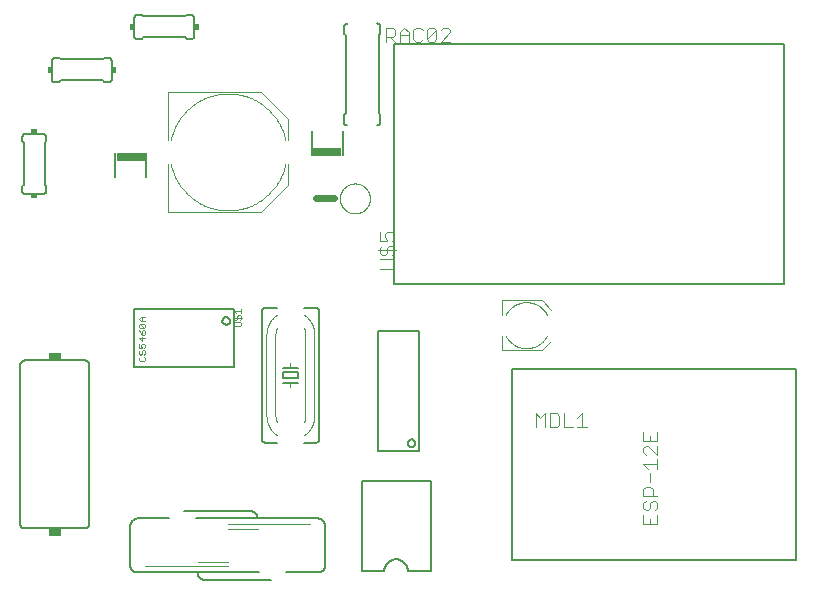
<source format=gto>
G75*
%MOIN*%
%OFA0B0*%
%FSLAX25Y25*%
%IPPOS*%
%LPD*%
%AMOC8*
5,1,8,0,0,1.08239X$1,22.5*
%
%ADD10C,0.00400*%
%ADD11C,0.00800*%
%ADD12R,0.09646X0.02657*%
%ADD13C,0.00500*%
%ADD14C,0.00600*%
%ADD15C,0.00200*%
%ADD16R,0.01500X0.02000*%
%ADD17C,0.02400*%
%ADD18R,0.04000X0.02500*%
%ADD19R,0.02000X0.01500*%
D10*
X0162575Y0122811D02*
X0162575Y0127535D01*
X0162575Y0122811D02*
X0175961Y0122811D01*
X0179110Y0125961D01*
X0177733Y0134524D02*
X0177646Y0134691D01*
X0177554Y0134857D01*
X0177458Y0135020D01*
X0177359Y0135181D01*
X0177255Y0135339D01*
X0177148Y0135495D01*
X0177037Y0135648D01*
X0176922Y0135798D01*
X0176804Y0135945D01*
X0176681Y0136090D01*
X0176556Y0136231D01*
X0176427Y0136370D01*
X0176295Y0136505D01*
X0176159Y0136637D01*
X0176020Y0136765D01*
X0175878Y0136890D01*
X0175733Y0137012D01*
X0175586Y0137130D01*
X0175435Y0137244D01*
X0175281Y0137354D01*
X0175125Y0137461D01*
X0174967Y0137564D01*
X0174805Y0137663D01*
X0174642Y0137758D01*
X0174476Y0137849D01*
X0174308Y0137936D01*
X0174138Y0138019D01*
X0173966Y0138097D01*
X0173792Y0138172D01*
X0173617Y0138242D01*
X0173439Y0138308D01*
X0173260Y0138369D01*
X0173080Y0138426D01*
X0172898Y0138479D01*
X0172715Y0138527D01*
X0172531Y0138570D01*
X0172346Y0138609D01*
X0172160Y0138644D01*
X0171974Y0138674D01*
X0171786Y0138699D01*
X0171598Y0138720D01*
X0171410Y0138736D01*
X0171221Y0138748D01*
X0171032Y0138755D01*
X0170843Y0138757D01*
X0170654Y0138755D01*
X0170465Y0138748D01*
X0170276Y0138736D01*
X0170088Y0138720D01*
X0169900Y0138699D01*
X0169712Y0138674D01*
X0169526Y0138644D01*
X0169340Y0138609D01*
X0169155Y0138570D01*
X0168971Y0138527D01*
X0168788Y0138479D01*
X0168606Y0138426D01*
X0168426Y0138369D01*
X0168247Y0138308D01*
X0168069Y0138242D01*
X0167894Y0138172D01*
X0167720Y0138097D01*
X0167548Y0138019D01*
X0167378Y0137936D01*
X0167210Y0137849D01*
X0167044Y0137758D01*
X0166881Y0137663D01*
X0166719Y0137564D01*
X0166561Y0137461D01*
X0166405Y0137354D01*
X0166251Y0137244D01*
X0166100Y0137130D01*
X0165953Y0137012D01*
X0165808Y0136890D01*
X0165666Y0136765D01*
X0165527Y0136637D01*
X0165391Y0136505D01*
X0165259Y0136370D01*
X0165130Y0136231D01*
X0165005Y0136090D01*
X0164882Y0135945D01*
X0164764Y0135798D01*
X0164649Y0135648D01*
X0164538Y0135495D01*
X0164431Y0135339D01*
X0164327Y0135181D01*
X0164228Y0135020D01*
X0164132Y0134857D01*
X0164040Y0134691D01*
X0163953Y0134524D01*
X0162575Y0134622D02*
X0162575Y0139346D01*
X0175961Y0139346D01*
X0179110Y0136197D01*
X0177733Y0127633D02*
X0177646Y0127466D01*
X0177554Y0127300D01*
X0177458Y0127137D01*
X0177359Y0126976D01*
X0177255Y0126818D01*
X0177148Y0126662D01*
X0177037Y0126509D01*
X0176922Y0126359D01*
X0176804Y0126212D01*
X0176681Y0126067D01*
X0176556Y0125926D01*
X0176427Y0125787D01*
X0176295Y0125652D01*
X0176159Y0125520D01*
X0176020Y0125392D01*
X0175878Y0125267D01*
X0175733Y0125145D01*
X0175586Y0125027D01*
X0175435Y0124913D01*
X0175281Y0124803D01*
X0175125Y0124696D01*
X0174967Y0124593D01*
X0174805Y0124494D01*
X0174642Y0124399D01*
X0174476Y0124308D01*
X0174308Y0124221D01*
X0174138Y0124138D01*
X0173966Y0124060D01*
X0173792Y0123985D01*
X0173617Y0123915D01*
X0173439Y0123849D01*
X0173260Y0123788D01*
X0173080Y0123731D01*
X0172898Y0123678D01*
X0172715Y0123630D01*
X0172531Y0123587D01*
X0172346Y0123548D01*
X0172160Y0123513D01*
X0171974Y0123483D01*
X0171786Y0123458D01*
X0171598Y0123437D01*
X0171410Y0123421D01*
X0171221Y0123409D01*
X0171032Y0123402D01*
X0170843Y0123400D01*
X0170654Y0123402D01*
X0170465Y0123409D01*
X0170276Y0123421D01*
X0170088Y0123437D01*
X0169900Y0123458D01*
X0169712Y0123483D01*
X0169526Y0123513D01*
X0169340Y0123548D01*
X0169155Y0123587D01*
X0168971Y0123630D01*
X0168788Y0123678D01*
X0168606Y0123731D01*
X0168426Y0123788D01*
X0168247Y0123849D01*
X0168069Y0123915D01*
X0167894Y0123985D01*
X0167720Y0124060D01*
X0167548Y0124138D01*
X0167378Y0124221D01*
X0167210Y0124308D01*
X0167044Y0124399D01*
X0166881Y0124494D01*
X0166719Y0124593D01*
X0166561Y0124696D01*
X0166405Y0124803D01*
X0166251Y0124913D01*
X0166100Y0125027D01*
X0165953Y0125145D01*
X0165808Y0125267D01*
X0165666Y0125392D01*
X0165527Y0125520D01*
X0165391Y0125652D01*
X0165259Y0125787D01*
X0165130Y0125926D01*
X0165005Y0126067D01*
X0164882Y0126212D01*
X0164764Y0126359D01*
X0164649Y0126509D01*
X0164538Y0126662D01*
X0164431Y0126818D01*
X0164327Y0126976D01*
X0164228Y0127137D01*
X0164132Y0127300D01*
X0164040Y0127466D01*
X0163953Y0127633D01*
X0174035Y0101709D02*
X0175569Y0100175D01*
X0177104Y0101709D01*
X0177104Y0097106D01*
X0178639Y0097106D02*
X0180941Y0097106D01*
X0181708Y0097873D01*
X0181708Y0100942D01*
X0180941Y0101709D01*
X0178639Y0101709D01*
X0178639Y0097106D01*
X0174035Y0097106D02*
X0174035Y0101709D01*
X0183242Y0101709D02*
X0183242Y0097106D01*
X0186312Y0097106D01*
X0187846Y0097106D02*
X0190916Y0097106D01*
X0189381Y0097106D02*
X0189381Y0101709D01*
X0187846Y0100175D01*
X0209897Y0095571D02*
X0209897Y0092502D01*
X0214501Y0092502D01*
X0214501Y0095571D01*
X0212199Y0094036D02*
X0212199Y0092502D01*
X0211432Y0090967D02*
X0210664Y0090967D01*
X0209897Y0090200D01*
X0209897Y0088665D01*
X0210664Y0087898D01*
X0211432Y0090967D02*
X0214501Y0087898D01*
X0214501Y0090967D01*
X0214501Y0086363D02*
X0214501Y0083294D01*
X0214501Y0084828D02*
X0209897Y0084828D01*
X0211432Y0083294D01*
X0212199Y0081759D02*
X0212199Y0078690D01*
X0212199Y0077155D02*
X0212966Y0076388D01*
X0212966Y0074086D01*
X0214501Y0074086D02*
X0209897Y0074086D01*
X0209897Y0076388D01*
X0210664Y0077155D01*
X0212199Y0077155D01*
X0212966Y0072551D02*
X0213733Y0072551D01*
X0214501Y0071784D01*
X0214501Y0070249D01*
X0213733Y0069482D01*
X0212199Y0070249D02*
X0212199Y0071784D01*
X0212966Y0072551D01*
X0210664Y0072551D02*
X0209897Y0071784D01*
X0209897Y0070249D01*
X0210664Y0069482D01*
X0211432Y0069482D01*
X0212199Y0070249D01*
X0214501Y0067947D02*
X0214501Y0064878D01*
X0209897Y0064878D01*
X0209897Y0067947D01*
X0212199Y0066413D02*
X0212199Y0064878D01*
X0126686Y0150688D02*
X0126686Y0152222D01*
X0125919Y0152990D01*
X0122082Y0152990D01*
X0122849Y0154524D02*
X0122082Y0155292D01*
X0122082Y0156826D01*
X0122849Y0157594D01*
X0122082Y0159128D02*
X0124384Y0159128D01*
X0123617Y0160663D01*
X0123617Y0161430D01*
X0124384Y0162198D01*
X0125919Y0162198D01*
X0126686Y0161430D01*
X0126686Y0159896D01*
X0125919Y0159128D01*
X0125919Y0157594D02*
X0125151Y0157594D01*
X0124384Y0156826D01*
X0124384Y0155292D01*
X0123617Y0154524D01*
X0122849Y0154524D01*
X0121315Y0156059D02*
X0127453Y0156059D01*
X0126686Y0155292D02*
X0126686Y0156826D01*
X0125919Y0157594D01*
X0126686Y0155292D02*
X0125919Y0154524D01*
X0126686Y0150688D02*
X0125919Y0149920D01*
X0122082Y0149920D01*
X0122082Y0159128D02*
X0122082Y0162198D01*
X0108707Y0173333D02*
X0108709Y0173474D01*
X0108715Y0173615D01*
X0108725Y0173755D01*
X0108739Y0173895D01*
X0108757Y0174035D01*
X0108778Y0174174D01*
X0108804Y0174313D01*
X0108833Y0174451D01*
X0108867Y0174587D01*
X0108904Y0174723D01*
X0108945Y0174858D01*
X0108990Y0174992D01*
X0109039Y0175124D01*
X0109091Y0175255D01*
X0109147Y0175384D01*
X0109207Y0175511D01*
X0109270Y0175637D01*
X0109336Y0175761D01*
X0109407Y0175884D01*
X0109480Y0176004D01*
X0109557Y0176122D01*
X0109637Y0176238D01*
X0109721Y0176351D01*
X0109807Y0176462D01*
X0109897Y0176571D01*
X0109990Y0176677D01*
X0110085Y0176780D01*
X0110184Y0176881D01*
X0110285Y0176979D01*
X0110389Y0177074D01*
X0110496Y0177166D01*
X0110605Y0177255D01*
X0110717Y0177340D01*
X0110831Y0177423D01*
X0110947Y0177503D01*
X0111066Y0177579D01*
X0111187Y0177651D01*
X0111309Y0177721D01*
X0111434Y0177786D01*
X0111560Y0177849D01*
X0111688Y0177907D01*
X0111818Y0177962D01*
X0111949Y0178014D01*
X0112082Y0178061D01*
X0112216Y0178105D01*
X0112351Y0178146D01*
X0112487Y0178182D01*
X0112624Y0178214D01*
X0112762Y0178243D01*
X0112900Y0178268D01*
X0113040Y0178288D01*
X0113180Y0178305D01*
X0113320Y0178318D01*
X0113461Y0178327D01*
X0113601Y0178332D01*
X0113742Y0178333D01*
X0113883Y0178330D01*
X0114024Y0178323D01*
X0114164Y0178312D01*
X0114304Y0178297D01*
X0114444Y0178278D01*
X0114583Y0178256D01*
X0114721Y0178229D01*
X0114859Y0178199D01*
X0114995Y0178164D01*
X0115131Y0178126D01*
X0115265Y0178084D01*
X0115399Y0178038D01*
X0115531Y0177989D01*
X0115661Y0177935D01*
X0115790Y0177878D01*
X0115917Y0177818D01*
X0116043Y0177754D01*
X0116166Y0177686D01*
X0116288Y0177615D01*
X0116408Y0177541D01*
X0116525Y0177463D01*
X0116640Y0177382D01*
X0116753Y0177298D01*
X0116864Y0177211D01*
X0116972Y0177120D01*
X0117077Y0177027D01*
X0117180Y0176930D01*
X0117280Y0176831D01*
X0117377Y0176729D01*
X0117471Y0176624D01*
X0117562Y0176517D01*
X0117650Y0176407D01*
X0117735Y0176295D01*
X0117817Y0176180D01*
X0117896Y0176063D01*
X0117971Y0175944D01*
X0118043Y0175823D01*
X0118111Y0175700D01*
X0118176Y0175575D01*
X0118238Y0175448D01*
X0118295Y0175319D01*
X0118350Y0175189D01*
X0118400Y0175058D01*
X0118447Y0174925D01*
X0118490Y0174791D01*
X0118529Y0174655D01*
X0118564Y0174519D01*
X0118596Y0174382D01*
X0118623Y0174244D01*
X0118647Y0174105D01*
X0118667Y0173965D01*
X0118683Y0173825D01*
X0118695Y0173685D01*
X0118703Y0173544D01*
X0118707Y0173403D01*
X0118707Y0173263D01*
X0118703Y0173122D01*
X0118695Y0172981D01*
X0118683Y0172841D01*
X0118667Y0172701D01*
X0118647Y0172561D01*
X0118623Y0172422D01*
X0118596Y0172284D01*
X0118564Y0172147D01*
X0118529Y0172011D01*
X0118490Y0171875D01*
X0118447Y0171741D01*
X0118400Y0171608D01*
X0118350Y0171477D01*
X0118295Y0171347D01*
X0118238Y0171218D01*
X0118176Y0171091D01*
X0118111Y0170966D01*
X0118043Y0170843D01*
X0117971Y0170722D01*
X0117896Y0170603D01*
X0117817Y0170486D01*
X0117735Y0170371D01*
X0117650Y0170259D01*
X0117562Y0170149D01*
X0117471Y0170042D01*
X0117377Y0169937D01*
X0117280Y0169835D01*
X0117180Y0169736D01*
X0117077Y0169639D01*
X0116972Y0169546D01*
X0116864Y0169455D01*
X0116753Y0169368D01*
X0116640Y0169284D01*
X0116525Y0169203D01*
X0116408Y0169125D01*
X0116288Y0169051D01*
X0116166Y0168980D01*
X0116043Y0168912D01*
X0115917Y0168848D01*
X0115790Y0168788D01*
X0115661Y0168731D01*
X0115531Y0168677D01*
X0115399Y0168628D01*
X0115265Y0168582D01*
X0115131Y0168540D01*
X0114995Y0168502D01*
X0114859Y0168467D01*
X0114721Y0168437D01*
X0114583Y0168410D01*
X0114444Y0168388D01*
X0114304Y0168369D01*
X0114164Y0168354D01*
X0114024Y0168343D01*
X0113883Y0168336D01*
X0113742Y0168333D01*
X0113601Y0168334D01*
X0113461Y0168339D01*
X0113320Y0168348D01*
X0113180Y0168361D01*
X0113040Y0168378D01*
X0112900Y0168398D01*
X0112762Y0168423D01*
X0112624Y0168452D01*
X0112487Y0168484D01*
X0112351Y0168520D01*
X0112216Y0168561D01*
X0112082Y0168605D01*
X0111949Y0168652D01*
X0111818Y0168704D01*
X0111688Y0168759D01*
X0111560Y0168817D01*
X0111434Y0168880D01*
X0111309Y0168945D01*
X0111187Y0169015D01*
X0111066Y0169087D01*
X0110947Y0169163D01*
X0110831Y0169243D01*
X0110717Y0169326D01*
X0110605Y0169411D01*
X0110496Y0169500D01*
X0110389Y0169592D01*
X0110285Y0169687D01*
X0110184Y0169785D01*
X0110085Y0169886D01*
X0109990Y0169989D01*
X0109897Y0170095D01*
X0109807Y0170204D01*
X0109721Y0170315D01*
X0109637Y0170428D01*
X0109557Y0170544D01*
X0109480Y0170662D01*
X0109407Y0170782D01*
X0109336Y0170905D01*
X0109270Y0171029D01*
X0109207Y0171155D01*
X0109147Y0171282D01*
X0109091Y0171411D01*
X0109039Y0171542D01*
X0108990Y0171674D01*
X0108945Y0171808D01*
X0108904Y0171943D01*
X0108867Y0172079D01*
X0108833Y0172215D01*
X0108804Y0172353D01*
X0108778Y0172492D01*
X0108757Y0172631D01*
X0108739Y0172771D01*
X0108725Y0172911D01*
X0108715Y0173051D01*
X0108709Y0173192D01*
X0108707Y0173333D01*
X0091522Y0177801D02*
X0082467Y0168746D01*
X0051364Y0168746D01*
X0051364Y0184888D01*
X0051364Y0192762D02*
X0051364Y0208904D01*
X0082467Y0208904D01*
X0091522Y0199848D01*
X0091522Y0192762D01*
X0091522Y0184888D02*
X0091522Y0177801D01*
X0090537Y0192762D02*
X0090436Y0193227D01*
X0090322Y0193689D01*
X0090198Y0194149D01*
X0090062Y0194605D01*
X0089916Y0195058D01*
X0089758Y0195507D01*
X0089589Y0195953D01*
X0089410Y0196394D01*
X0089220Y0196830D01*
X0089019Y0197262D01*
X0088808Y0197688D01*
X0088586Y0198110D01*
X0088354Y0198525D01*
X0088113Y0198935D01*
X0087861Y0199339D01*
X0087599Y0199737D01*
X0087328Y0200128D01*
X0087047Y0200513D01*
X0086757Y0200890D01*
X0086458Y0201261D01*
X0086150Y0201624D01*
X0085833Y0201979D01*
X0085507Y0202326D01*
X0085174Y0202666D01*
X0084832Y0202997D01*
X0084482Y0203319D01*
X0084124Y0203634D01*
X0083758Y0203939D01*
X0083386Y0204235D01*
X0083006Y0204522D01*
X0082619Y0204800D01*
X0082226Y0205068D01*
X0081826Y0205326D01*
X0081420Y0205575D01*
X0081008Y0205813D01*
X0080590Y0206042D01*
X0080167Y0206260D01*
X0079739Y0206468D01*
X0079306Y0206665D01*
X0078868Y0206852D01*
X0078425Y0207028D01*
X0077979Y0207193D01*
X0077529Y0207347D01*
X0077074Y0207490D01*
X0076617Y0207622D01*
X0076157Y0207743D01*
X0075693Y0207852D01*
X0075227Y0207950D01*
X0074759Y0208037D01*
X0074289Y0208112D01*
X0073817Y0208176D01*
X0073344Y0208228D01*
X0072870Y0208269D01*
X0072395Y0208298D01*
X0071919Y0208315D01*
X0071443Y0208321D01*
X0070967Y0208315D01*
X0070491Y0208298D01*
X0070016Y0208269D01*
X0069542Y0208228D01*
X0069069Y0208176D01*
X0068597Y0208112D01*
X0068127Y0208037D01*
X0067659Y0207950D01*
X0067193Y0207852D01*
X0066729Y0207743D01*
X0066269Y0207622D01*
X0065812Y0207490D01*
X0065357Y0207347D01*
X0064907Y0207193D01*
X0064461Y0207028D01*
X0064018Y0206852D01*
X0063580Y0206665D01*
X0063147Y0206468D01*
X0062719Y0206260D01*
X0062296Y0206042D01*
X0061878Y0205813D01*
X0061466Y0205575D01*
X0061060Y0205326D01*
X0060660Y0205068D01*
X0060267Y0204800D01*
X0059880Y0204522D01*
X0059500Y0204235D01*
X0059128Y0203939D01*
X0058762Y0203634D01*
X0058404Y0203319D01*
X0058054Y0202997D01*
X0057712Y0202666D01*
X0057379Y0202326D01*
X0057053Y0201979D01*
X0056736Y0201624D01*
X0056428Y0201261D01*
X0056129Y0200890D01*
X0055839Y0200513D01*
X0055558Y0200128D01*
X0055287Y0199737D01*
X0055025Y0199339D01*
X0054773Y0198935D01*
X0054532Y0198525D01*
X0054300Y0198110D01*
X0054078Y0197688D01*
X0053867Y0197262D01*
X0053666Y0196830D01*
X0053476Y0196394D01*
X0053297Y0195953D01*
X0053128Y0195507D01*
X0052970Y0195058D01*
X0052824Y0194605D01*
X0052688Y0194149D01*
X0052564Y0193689D01*
X0052450Y0193227D01*
X0052349Y0192762D01*
X0052349Y0184888D02*
X0052450Y0184423D01*
X0052564Y0183961D01*
X0052688Y0183501D01*
X0052824Y0183045D01*
X0052970Y0182592D01*
X0053128Y0182143D01*
X0053297Y0181697D01*
X0053476Y0181256D01*
X0053666Y0180820D01*
X0053867Y0180388D01*
X0054078Y0179962D01*
X0054300Y0179540D01*
X0054532Y0179125D01*
X0054773Y0178715D01*
X0055025Y0178311D01*
X0055287Y0177913D01*
X0055558Y0177522D01*
X0055839Y0177137D01*
X0056129Y0176760D01*
X0056428Y0176389D01*
X0056736Y0176026D01*
X0057053Y0175671D01*
X0057379Y0175324D01*
X0057712Y0174984D01*
X0058054Y0174653D01*
X0058404Y0174331D01*
X0058762Y0174016D01*
X0059128Y0173711D01*
X0059500Y0173415D01*
X0059880Y0173128D01*
X0060267Y0172850D01*
X0060660Y0172582D01*
X0061060Y0172324D01*
X0061466Y0172075D01*
X0061878Y0171837D01*
X0062296Y0171608D01*
X0062719Y0171390D01*
X0063147Y0171182D01*
X0063580Y0170985D01*
X0064018Y0170798D01*
X0064461Y0170622D01*
X0064907Y0170457D01*
X0065357Y0170303D01*
X0065812Y0170160D01*
X0066269Y0170028D01*
X0066729Y0169907D01*
X0067193Y0169798D01*
X0067659Y0169700D01*
X0068127Y0169613D01*
X0068597Y0169538D01*
X0069069Y0169474D01*
X0069542Y0169422D01*
X0070016Y0169381D01*
X0070491Y0169352D01*
X0070967Y0169335D01*
X0071443Y0169329D01*
X0071919Y0169335D01*
X0072395Y0169352D01*
X0072870Y0169381D01*
X0073344Y0169422D01*
X0073817Y0169474D01*
X0074289Y0169538D01*
X0074759Y0169613D01*
X0075227Y0169700D01*
X0075693Y0169798D01*
X0076157Y0169907D01*
X0076617Y0170028D01*
X0077074Y0170160D01*
X0077529Y0170303D01*
X0077979Y0170457D01*
X0078425Y0170622D01*
X0078868Y0170798D01*
X0079306Y0170985D01*
X0079739Y0171182D01*
X0080167Y0171390D01*
X0080590Y0171608D01*
X0081008Y0171837D01*
X0081420Y0172075D01*
X0081826Y0172324D01*
X0082226Y0172582D01*
X0082619Y0172850D01*
X0083006Y0173128D01*
X0083386Y0173415D01*
X0083758Y0173711D01*
X0084124Y0174016D01*
X0084482Y0174331D01*
X0084832Y0174653D01*
X0085174Y0174984D01*
X0085507Y0175324D01*
X0085833Y0175671D01*
X0086150Y0176026D01*
X0086458Y0176389D01*
X0086757Y0176760D01*
X0087047Y0177137D01*
X0087328Y0177522D01*
X0087599Y0177913D01*
X0087861Y0178311D01*
X0088113Y0178715D01*
X0088354Y0179125D01*
X0088586Y0179540D01*
X0088808Y0179962D01*
X0089019Y0180388D01*
X0089220Y0180820D01*
X0089410Y0181256D01*
X0089589Y0181697D01*
X0089758Y0182143D01*
X0089916Y0182592D01*
X0090062Y0183045D01*
X0090198Y0183501D01*
X0090322Y0183961D01*
X0090436Y0184423D01*
X0090537Y0184888D01*
X0123968Y0225609D02*
X0123968Y0230213D01*
X0126270Y0230213D01*
X0127037Y0229446D01*
X0127037Y0227911D01*
X0126270Y0227144D01*
X0123968Y0227144D01*
X0125502Y0227144D02*
X0127037Y0225609D01*
X0128572Y0225609D02*
X0128572Y0228679D01*
X0130106Y0230213D01*
X0131641Y0228679D01*
X0131641Y0225609D01*
X0133176Y0226377D02*
X0133943Y0225609D01*
X0135478Y0225609D01*
X0136245Y0226377D01*
X0137780Y0226377D02*
X0140849Y0229446D01*
X0140849Y0226377D01*
X0140081Y0225609D01*
X0138547Y0225609D01*
X0137780Y0226377D01*
X0137780Y0229446D01*
X0138547Y0230213D01*
X0140081Y0230213D01*
X0140849Y0229446D01*
X0142383Y0229446D02*
X0143151Y0230213D01*
X0144685Y0230213D01*
X0145453Y0229446D01*
X0145453Y0228679D01*
X0142383Y0225609D01*
X0145453Y0225609D01*
X0136245Y0229446D02*
X0135478Y0230213D01*
X0133943Y0230213D01*
X0133176Y0229446D01*
X0133176Y0226377D01*
X0131641Y0227911D02*
X0128572Y0227911D01*
D11*
X0109573Y0195774D02*
X0109573Y0187663D01*
X0099337Y0187663D02*
X0099337Y0195774D01*
X0044120Y0188470D02*
X0044120Y0180360D01*
X0033884Y0180360D02*
X0033884Y0188470D01*
D12*
X0039002Y0187260D03*
X0104455Y0188874D03*
D13*
X0126886Y0224720D02*
X0126886Y0144720D01*
X0256886Y0144720D01*
X0256886Y0224720D01*
X0126886Y0224720D01*
X0073372Y0136423D02*
X0040104Y0136423D01*
X0040104Y0117230D01*
X0073372Y0117230D01*
X0073372Y0136423D01*
X0069533Y0132585D02*
X0069535Y0132656D01*
X0069541Y0132727D01*
X0069551Y0132798D01*
X0069565Y0132867D01*
X0069582Y0132936D01*
X0069604Y0133004D01*
X0069629Y0133071D01*
X0069658Y0133136D01*
X0069690Y0133199D01*
X0069726Y0133261D01*
X0069765Y0133320D01*
X0069808Y0133377D01*
X0069853Y0133432D01*
X0069902Y0133484D01*
X0069953Y0133533D01*
X0070007Y0133579D01*
X0070064Y0133623D01*
X0070122Y0133663D01*
X0070183Y0133699D01*
X0070246Y0133733D01*
X0070311Y0133762D01*
X0070377Y0133788D01*
X0070445Y0133811D01*
X0070513Y0133829D01*
X0070583Y0133844D01*
X0070653Y0133855D01*
X0070724Y0133862D01*
X0070795Y0133865D01*
X0070866Y0133864D01*
X0070937Y0133859D01*
X0071008Y0133850D01*
X0071078Y0133837D01*
X0071147Y0133821D01*
X0071215Y0133800D01*
X0071282Y0133776D01*
X0071348Y0133748D01*
X0071411Y0133716D01*
X0071473Y0133681D01*
X0071533Y0133643D01*
X0071591Y0133601D01*
X0071646Y0133557D01*
X0071699Y0133509D01*
X0071749Y0133458D01*
X0071796Y0133405D01*
X0071840Y0133349D01*
X0071881Y0133291D01*
X0071919Y0133230D01*
X0071953Y0133168D01*
X0071983Y0133103D01*
X0072010Y0133038D01*
X0072034Y0132970D01*
X0072053Y0132902D01*
X0072069Y0132833D01*
X0072081Y0132762D01*
X0072089Y0132692D01*
X0072093Y0132621D01*
X0072093Y0132549D01*
X0072089Y0132478D01*
X0072081Y0132408D01*
X0072069Y0132337D01*
X0072053Y0132268D01*
X0072034Y0132200D01*
X0072010Y0132132D01*
X0071983Y0132067D01*
X0071953Y0132002D01*
X0071919Y0131940D01*
X0071881Y0131879D01*
X0071840Y0131821D01*
X0071796Y0131765D01*
X0071749Y0131712D01*
X0071699Y0131661D01*
X0071646Y0131613D01*
X0071591Y0131569D01*
X0071533Y0131527D01*
X0071473Y0131489D01*
X0071411Y0131454D01*
X0071348Y0131422D01*
X0071282Y0131394D01*
X0071215Y0131370D01*
X0071147Y0131349D01*
X0071078Y0131333D01*
X0071008Y0131320D01*
X0070937Y0131311D01*
X0070866Y0131306D01*
X0070795Y0131305D01*
X0070724Y0131308D01*
X0070653Y0131315D01*
X0070583Y0131326D01*
X0070513Y0131341D01*
X0070445Y0131359D01*
X0070377Y0131382D01*
X0070311Y0131408D01*
X0070246Y0131437D01*
X0070183Y0131471D01*
X0070122Y0131507D01*
X0070064Y0131547D01*
X0070007Y0131591D01*
X0069953Y0131637D01*
X0069902Y0131686D01*
X0069853Y0131738D01*
X0069808Y0131793D01*
X0069765Y0131850D01*
X0069726Y0131909D01*
X0069690Y0131971D01*
X0069658Y0132034D01*
X0069629Y0132099D01*
X0069604Y0132166D01*
X0069582Y0132234D01*
X0069565Y0132303D01*
X0069551Y0132372D01*
X0069541Y0132443D01*
X0069535Y0132514D01*
X0069533Y0132585D01*
X0121335Y0129297D02*
X0135085Y0129297D01*
X0135085Y0089297D01*
X0121335Y0089297D01*
X0121335Y0129297D01*
X0131335Y0091797D02*
X0131337Y0091867D01*
X0131343Y0091937D01*
X0131353Y0092006D01*
X0131366Y0092075D01*
X0131384Y0092143D01*
X0131405Y0092210D01*
X0131430Y0092275D01*
X0131459Y0092339D01*
X0131491Y0092402D01*
X0131527Y0092462D01*
X0131566Y0092520D01*
X0131608Y0092576D01*
X0131653Y0092630D01*
X0131701Y0092681D01*
X0131752Y0092729D01*
X0131806Y0092774D01*
X0131862Y0092816D01*
X0131920Y0092855D01*
X0131980Y0092891D01*
X0132043Y0092923D01*
X0132107Y0092952D01*
X0132172Y0092977D01*
X0132239Y0092998D01*
X0132307Y0093016D01*
X0132376Y0093029D01*
X0132445Y0093039D01*
X0132515Y0093045D01*
X0132585Y0093047D01*
X0132655Y0093045D01*
X0132725Y0093039D01*
X0132794Y0093029D01*
X0132863Y0093016D01*
X0132931Y0092998D01*
X0132998Y0092977D01*
X0133063Y0092952D01*
X0133127Y0092923D01*
X0133190Y0092891D01*
X0133250Y0092855D01*
X0133308Y0092816D01*
X0133364Y0092774D01*
X0133418Y0092729D01*
X0133469Y0092681D01*
X0133517Y0092630D01*
X0133562Y0092576D01*
X0133604Y0092520D01*
X0133643Y0092462D01*
X0133679Y0092402D01*
X0133711Y0092339D01*
X0133740Y0092275D01*
X0133765Y0092210D01*
X0133786Y0092143D01*
X0133804Y0092075D01*
X0133817Y0092006D01*
X0133827Y0091937D01*
X0133833Y0091867D01*
X0133835Y0091797D01*
X0133833Y0091727D01*
X0133827Y0091657D01*
X0133817Y0091588D01*
X0133804Y0091519D01*
X0133786Y0091451D01*
X0133765Y0091384D01*
X0133740Y0091319D01*
X0133711Y0091255D01*
X0133679Y0091192D01*
X0133643Y0091132D01*
X0133604Y0091074D01*
X0133562Y0091018D01*
X0133517Y0090964D01*
X0133469Y0090913D01*
X0133418Y0090865D01*
X0133364Y0090820D01*
X0133308Y0090778D01*
X0133250Y0090739D01*
X0133190Y0090703D01*
X0133127Y0090671D01*
X0133063Y0090642D01*
X0132998Y0090617D01*
X0132931Y0090596D01*
X0132863Y0090578D01*
X0132794Y0090565D01*
X0132725Y0090555D01*
X0132655Y0090549D01*
X0132585Y0090547D01*
X0132515Y0090549D01*
X0132445Y0090555D01*
X0132376Y0090565D01*
X0132307Y0090578D01*
X0132239Y0090596D01*
X0132172Y0090617D01*
X0132107Y0090642D01*
X0132043Y0090671D01*
X0131980Y0090703D01*
X0131920Y0090739D01*
X0131862Y0090778D01*
X0131806Y0090820D01*
X0131752Y0090865D01*
X0131701Y0090913D01*
X0131653Y0090964D01*
X0131608Y0091018D01*
X0131566Y0091074D01*
X0131527Y0091132D01*
X0131491Y0091192D01*
X0131459Y0091255D01*
X0131430Y0091319D01*
X0131405Y0091384D01*
X0131384Y0091451D01*
X0131366Y0091519D01*
X0131353Y0091588D01*
X0131343Y0091657D01*
X0131337Y0091727D01*
X0131335Y0091797D01*
X0165961Y0116591D02*
X0165961Y0052811D01*
X0260843Y0052811D01*
X0260843Y0116591D01*
X0165961Y0116591D01*
D14*
X0081785Y0048683D02*
X0041285Y0048683D01*
X0041187Y0048685D01*
X0041089Y0048691D01*
X0040991Y0048700D01*
X0040894Y0048714D01*
X0040797Y0048731D01*
X0040701Y0048752D01*
X0040606Y0048777D01*
X0040512Y0048805D01*
X0040420Y0048838D01*
X0040328Y0048873D01*
X0040238Y0048913D01*
X0040150Y0048955D01*
X0040063Y0049002D01*
X0039979Y0049051D01*
X0039896Y0049104D01*
X0039816Y0049160D01*
X0039737Y0049220D01*
X0039661Y0049282D01*
X0039588Y0049347D01*
X0039517Y0049415D01*
X0039449Y0049486D01*
X0039384Y0049559D01*
X0039322Y0049635D01*
X0039262Y0049714D01*
X0039206Y0049794D01*
X0039153Y0049877D01*
X0039104Y0049961D01*
X0039057Y0050048D01*
X0039015Y0050136D01*
X0038975Y0050226D01*
X0038940Y0050318D01*
X0038907Y0050410D01*
X0038879Y0050504D01*
X0038854Y0050599D01*
X0038833Y0050695D01*
X0038816Y0050792D01*
X0038802Y0050889D01*
X0038793Y0050987D01*
X0038787Y0051085D01*
X0038785Y0051183D01*
X0038785Y0064183D01*
X0038787Y0064281D01*
X0038793Y0064379D01*
X0038802Y0064477D01*
X0038816Y0064574D01*
X0038833Y0064671D01*
X0038854Y0064767D01*
X0038879Y0064862D01*
X0038907Y0064956D01*
X0038940Y0065048D01*
X0038975Y0065140D01*
X0039015Y0065230D01*
X0039057Y0065318D01*
X0039104Y0065405D01*
X0039153Y0065489D01*
X0039206Y0065572D01*
X0039262Y0065652D01*
X0039322Y0065731D01*
X0039384Y0065807D01*
X0039449Y0065880D01*
X0039517Y0065951D01*
X0039588Y0066019D01*
X0039661Y0066084D01*
X0039737Y0066146D01*
X0039816Y0066206D01*
X0039896Y0066262D01*
X0039979Y0066315D01*
X0040063Y0066364D01*
X0040150Y0066411D01*
X0040238Y0066453D01*
X0040328Y0066493D01*
X0040420Y0066528D01*
X0040512Y0066561D01*
X0040606Y0066589D01*
X0040701Y0066614D01*
X0040797Y0066635D01*
X0040894Y0066652D01*
X0040991Y0066666D01*
X0041089Y0066675D01*
X0041187Y0066681D01*
X0041285Y0066683D01*
X0051785Y0066683D01*
X0056785Y0069183D02*
X0078785Y0069183D01*
X0078883Y0069181D01*
X0078981Y0069175D01*
X0079079Y0069166D01*
X0079176Y0069152D01*
X0079273Y0069135D01*
X0079369Y0069114D01*
X0079464Y0069089D01*
X0079558Y0069061D01*
X0079650Y0069028D01*
X0079742Y0068993D01*
X0079832Y0068953D01*
X0079920Y0068911D01*
X0080007Y0068864D01*
X0080091Y0068815D01*
X0080174Y0068762D01*
X0080254Y0068706D01*
X0080333Y0068646D01*
X0080409Y0068584D01*
X0080482Y0068519D01*
X0080553Y0068451D01*
X0080621Y0068380D01*
X0080686Y0068307D01*
X0080748Y0068231D01*
X0080808Y0068152D01*
X0080864Y0068072D01*
X0080917Y0067989D01*
X0080966Y0067905D01*
X0081013Y0067818D01*
X0081055Y0067730D01*
X0081095Y0067640D01*
X0081130Y0067548D01*
X0081163Y0067456D01*
X0081191Y0067362D01*
X0081216Y0067267D01*
X0081237Y0067171D01*
X0081254Y0067074D01*
X0081268Y0066977D01*
X0081277Y0066879D01*
X0081283Y0066781D01*
X0081285Y0066683D01*
X0101285Y0066683D02*
X0060785Y0066683D01*
X0061285Y0048683D02*
X0061287Y0048585D01*
X0061293Y0048487D01*
X0061302Y0048389D01*
X0061316Y0048292D01*
X0061333Y0048195D01*
X0061354Y0048099D01*
X0061379Y0048004D01*
X0061407Y0047910D01*
X0061440Y0047818D01*
X0061475Y0047726D01*
X0061515Y0047636D01*
X0061557Y0047548D01*
X0061604Y0047461D01*
X0061653Y0047377D01*
X0061706Y0047294D01*
X0061762Y0047214D01*
X0061822Y0047135D01*
X0061884Y0047059D01*
X0061949Y0046986D01*
X0062017Y0046915D01*
X0062088Y0046847D01*
X0062161Y0046782D01*
X0062237Y0046720D01*
X0062316Y0046660D01*
X0062396Y0046604D01*
X0062479Y0046551D01*
X0062563Y0046502D01*
X0062650Y0046455D01*
X0062738Y0046413D01*
X0062828Y0046373D01*
X0062920Y0046338D01*
X0063012Y0046305D01*
X0063106Y0046277D01*
X0063201Y0046252D01*
X0063297Y0046231D01*
X0063394Y0046214D01*
X0063491Y0046200D01*
X0063589Y0046191D01*
X0063687Y0046185D01*
X0063785Y0046183D01*
X0085785Y0046183D01*
X0090785Y0048683D02*
X0101285Y0048683D01*
X0101383Y0048685D01*
X0101481Y0048691D01*
X0101579Y0048700D01*
X0101676Y0048714D01*
X0101773Y0048731D01*
X0101869Y0048752D01*
X0101964Y0048777D01*
X0102058Y0048805D01*
X0102150Y0048838D01*
X0102242Y0048873D01*
X0102332Y0048913D01*
X0102420Y0048955D01*
X0102507Y0049002D01*
X0102591Y0049051D01*
X0102674Y0049104D01*
X0102754Y0049160D01*
X0102833Y0049220D01*
X0102909Y0049282D01*
X0102982Y0049347D01*
X0103053Y0049415D01*
X0103121Y0049486D01*
X0103186Y0049559D01*
X0103248Y0049635D01*
X0103308Y0049714D01*
X0103364Y0049794D01*
X0103417Y0049877D01*
X0103466Y0049961D01*
X0103513Y0050048D01*
X0103555Y0050136D01*
X0103595Y0050226D01*
X0103630Y0050318D01*
X0103663Y0050410D01*
X0103691Y0050504D01*
X0103716Y0050599D01*
X0103737Y0050695D01*
X0103754Y0050792D01*
X0103768Y0050889D01*
X0103777Y0050987D01*
X0103783Y0051085D01*
X0103785Y0051183D01*
X0103785Y0064183D01*
X0103783Y0064281D01*
X0103777Y0064379D01*
X0103768Y0064477D01*
X0103754Y0064574D01*
X0103737Y0064671D01*
X0103716Y0064767D01*
X0103691Y0064862D01*
X0103663Y0064956D01*
X0103630Y0065048D01*
X0103595Y0065140D01*
X0103555Y0065230D01*
X0103513Y0065318D01*
X0103466Y0065405D01*
X0103417Y0065489D01*
X0103364Y0065572D01*
X0103308Y0065652D01*
X0103248Y0065731D01*
X0103186Y0065807D01*
X0103121Y0065880D01*
X0103053Y0065951D01*
X0102982Y0066019D01*
X0102909Y0066084D01*
X0102833Y0066146D01*
X0102754Y0066206D01*
X0102674Y0066262D01*
X0102591Y0066315D01*
X0102507Y0066364D01*
X0102420Y0066411D01*
X0102332Y0066453D01*
X0102242Y0066493D01*
X0102150Y0066528D01*
X0102058Y0066561D01*
X0101964Y0066589D01*
X0101869Y0066614D01*
X0101773Y0066635D01*
X0101676Y0066652D01*
X0101579Y0066666D01*
X0101481Y0066675D01*
X0101383Y0066681D01*
X0101285Y0066683D01*
X0115917Y0079061D02*
X0138917Y0079061D01*
X0138917Y0049061D01*
X0131417Y0049061D01*
X0131415Y0049187D01*
X0131409Y0049312D01*
X0131399Y0049437D01*
X0131385Y0049562D01*
X0131368Y0049687D01*
X0131346Y0049811D01*
X0131321Y0049934D01*
X0131291Y0050056D01*
X0131258Y0050177D01*
X0131221Y0050297D01*
X0131181Y0050416D01*
X0131136Y0050533D01*
X0131088Y0050650D01*
X0131036Y0050764D01*
X0130981Y0050877D01*
X0130922Y0050988D01*
X0130860Y0051097D01*
X0130794Y0051204D01*
X0130725Y0051309D01*
X0130653Y0051412D01*
X0130578Y0051513D01*
X0130499Y0051611D01*
X0130417Y0051706D01*
X0130333Y0051799D01*
X0130245Y0051889D01*
X0130155Y0051977D01*
X0130062Y0052061D01*
X0129967Y0052143D01*
X0129869Y0052222D01*
X0129768Y0052297D01*
X0129665Y0052369D01*
X0129560Y0052438D01*
X0129453Y0052504D01*
X0129344Y0052566D01*
X0129233Y0052625D01*
X0129120Y0052680D01*
X0129006Y0052732D01*
X0128889Y0052780D01*
X0128772Y0052825D01*
X0128653Y0052865D01*
X0128533Y0052902D01*
X0128412Y0052935D01*
X0128290Y0052965D01*
X0128167Y0052990D01*
X0128043Y0053012D01*
X0127918Y0053029D01*
X0127793Y0053043D01*
X0127668Y0053053D01*
X0127543Y0053059D01*
X0127417Y0053061D01*
X0127291Y0053059D01*
X0127166Y0053053D01*
X0127041Y0053043D01*
X0126916Y0053029D01*
X0126791Y0053012D01*
X0126667Y0052990D01*
X0126544Y0052965D01*
X0126422Y0052935D01*
X0126301Y0052902D01*
X0126181Y0052865D01*
X0126062Y0052825D01*
X0125945Y0052780D01*
X0125828Y0052732D01*
X0125714Y0052680D01*
X0125601Y0052625D01*
X0125490Y0052566D01*
X0125381Y0052504D01*
X0125274Y0052438D01*
X0125169Y0052369D01*
X0125066Y0052297D01*
X0124965Y0052222D01*
X0124867Y0052143D01*
X0124772Y0052061D01*
X0124679Y0051977D01*
X0124589Y0051889D01*
X0124501Y0051799D01*
X0124417Y0051706D01*
X0124335Y0051611D01*
X0124256Y0051513D01*
X0124181Y0051412D01*
X0124109Y0051309D01*
X0124040Y0051204D01*
X0123974Y0051097D01*
X0123912Y0050988D01*
X0123853Y0050877D01*
X0123798Y0050764D01*
X0123746Y0050650D01*
X0123698Y0050533D01*
X0123653Y0050416D01*
X0123613Y0050297D01*
X0123576Y0050177D01*
X0123543Y0050056D01*
X0123513Y0049934D01*
X0123488Y0049811D01*
X0123466Y0049687D01*
X0123449Y0049562D01*
X0123435Y0049437D01*
X0123425Y0049312D01*
X0123419Y0049187D01*
X0123417Y0049061D01*
X0115917Y0049061D01*
X0115917Y0079061D01*
X0101730Y0092974D02*
X0101730Y0135974D01*
X0101728Y0136034D01*
X0101723Y0136095D01*
X0101714Y0136154D01*
X0101701Y0136213D01*
X0101685Y0136272D01*
X0101665Y0136329D01*
X0101642Y0136384D01*
X0101615Y0136439D01*
X0101586Y0136491D01*
X0101553Y0136542D01*
X0101517Y0136591D01*
X0101479Y0136637D01*
X0101437Y0136681D01*
X0101393Y0136723D01*
X0101347Y0136761D01*
X0101298Y0136797D01*
X0101247Y0136830D01*
X0101195Y0136859D01*
X0101140Y0136886D01*
X0101085Y0136909D01*
X0101028Y0136929D01*
X0100969Y0136945D01*
X0100910Y0136958D01*
X0100851Y0136967D01*
X0100790Y0136972D01*
X0100730Y0136974D01*
X0096730Y0136974D01*
X0087730Y0136974D02*
X0083730Y0136974D01*
X0083670Y0136972D01*
X0083609Y0136967D01*
X0083550Y0136958D01*
X0083491Y0136945D01*
X0083432Y0136929D01*
X0083375Y0136909D01*
X0083320Y0136886D01*
X0083265Y0136859D01*
X0083213Y0136830D01*
X0083162Y0136797D01*
X0083113Y0136761D01*
X0083067Y0136723D01*
X0083023Y0136681D01*
X0082981Y0136637D01*
X0082943Y0136591D01*
X0082907Y0136542D01*
X0082874Y0136491D01*
X0082845Y0136439D01*
X0082818Y0136384D01*
X0082795Y0136329D01*
X0082775Y0136272D01*
X0082759Y0136213D01*
X0082746Y0136154D01*
X0082737Y0136095D01*
X0082732Y0136034D01*
X0082730Y0135974D01*
X0082730Y0092974D01*
X0082732Y0092914D01*
X0082737Y0092853D01*
X0082746Y0092794D01*
X0082759Y0092735D01*
X0082775Y0092676D01*
X0082795Y0092619D01*
X0082818Y0092564D01*
X0082845Y0092509D01*
X0082874Y0092457D01*
X0082907Y0092406D01*
X0082943Y0092357D01*
X0082981Y0092311D01*
X0083023Y0092267D01*
X0083067Y0092225D01*
X0083113Y0092187D01*
X0083162Y0092151D01*
X0083213Y0092118D01*
X0083265Y0092089D01*
X0083320Y0092062D01*
X0083375Y0092039D01*
X0083432Y0092019D01*
X0083491Y0092003D01*
X0083550Y0091990D01*
X0083609Y0091981D01*
X0083670Y0091976D01*
X0083730Y0091974D01*
X0087730Y0091974D01*
X0096730Y0091974D02*
X0100730Y0091974D01*
X0100790Y0091976D01*
X0100851Y0091981D01*
X0100910Y0091990D01*
X0100969Y0092003D01*
X0101028Y0092019D01*
X0101085Y0092039D01*
X0101140Y0092062D01*
X0101195Y0092089D01*
X0101247Y0092118D01*
X0101298Y0092151D01*
X0101347Y0092187D01*
X0101393Y0092225D01*
X0101437Y0092267D01*
X0101479Y0092311D01*
X0101517Y0092357D01*
X0101553Y0092406D01*
X0101586Y0092457D01*
X0101615Y0092509D01*
X0101642Y0092564D01*
X0101665Y0092619D01*
X0101685Y0092676D01*
X0101701Y0092735D01*
X0101714Y0092794D01*
X0101723Y0092853D01*
X0101728Y0092914D01*
X0101730Y0092974D01*
X0094730Y0111974D02*
X0092230Y0111974D01*
X0089730Y0111974D01*
X0089730Y0113474D02*
X0094730Y0113474D01*
X0094730Y0115474D01*
X0089730Y0115474D01*
X0089730Y0113474D01*
X0089730Y0116974D02*
X0092230Y0116974D01*
X0094730Y0116974D01*
X0025187Y0117884D02*
X0025187Y0064884D01*
X0025185Y0064808D01*
X0025179Y0064732D01*
X0025170Y0064657D01*
X0025156Y0064582D01*
X0025139Y0064508D01*
X0025118Y0064435D01*
X0025094Y0064363D01*
X0025065Y0064292D01*
X0025034Y0064223D01*
X0024999Y0064156D01*
X0024960Y0064091D01*
X0024918Y0064027D01*
X0024873Y0063966D01*
X0024825Y0063907D01*
X0024774Y0063851D01*
X0024720Y0063797D01*
X0024664Y0063746D01*
X0024605Y0063698D01*
X0024544Y0063653D01*
X0024480Y0063611D01*
X0024415Y0063572D01*
X0024348Y0063537D01*
X0024279Y0063506D01*
X0024208Y0063477D01*
X0024136Y0063453D01*
X0024063Y0063432D01*
X0023989Y0063415D01*
X0023914Y0063401D01*
X0023839Y0063392D01*
X0023763Y0063386D01*
X0023687Y0063384D01*
X0003687Y0063384D01*
X0003611Y0063386D01*
X0003535Y0063392D01*
X0003460Y0063401D01*
X0003385Y0063415D01*
X0003311Y0063432D01*
X0003238Y0063453D01*
X0003166Y0063477D01*
X0003095Y0063506D01*
X0003026Y0063537D01*
X0002959Y0063572D01*
X0002894Y0063611D01*
X0002830Y0063653D01*
X0002769Y0063698D01*
X0002710Y0063746D01*
X0002654Y0063797D01*
X0002600Y0063851D01*
X0002549Y0063907D01*
X0002501Y0063966D01*
X0002456Y0064027D01*
X0002414Y0064091D01*
X0002375Y0064156D01*
X0002340Y0064223D01*
X0002309Y0064292D01*
X0002280Y0064363D01*
X0002256Y0064435D01*
X0002235Y0064508D01*
X0002218Y0064582D01*
X0002204Y0064657D01*
X0002195Y0064732D01*
X0002189Y0064808D01*
X0002187Y0064884D01*
X0002187Y0117884D01*
X0002189Y0117960D01*
X0002195Y0118036D01*
X0002204Y0118111D01*
X0002218Y0118186D01*
X0002235Y0118260D01*
X0002256Y0118333D01*
X0002280Y0118405D01*
X0002309Y0118476D01*
X0002340Y0118545D01*
X0002375Y0118612D01*
X0002414Y0118677D01*
X0002456Y0118741D01*
X0002501Y0118802D01*
X0002549Y0118861D01*
X0002600Y0118917D01*
X0002654Y0118971D01*
X0002710Y0119022D01*
X0002769Y0119070D01*
X0002830Y0119115D01*
X0002894Y0119157D01*
X0002959Y0119196D01*
X0003026Y0119231D01*
X0003095Y0119262D01*
X0003166Y0119291D01*
X0003238Y0119315D01*
X0003311Y0119336D01*
X0003385Y0119353D01*
X0003460Y0119367D01*
X0003535Y0119376D01*
X0003611Y0119382D01*
X0003687Y0119384D01*
X0023687Y0119384D01*
X0023763Y0119382D01*
X0023839Y0119376D01*
X0023914Y0119367D01*
X0023989Y0119353D01*
X0024063Y0119336D01*
X0024136Y0119315D01*
X0024208Y0119291D01*
X0024279Y0119262D01*
X0024348Y0119231D01*
X0024415Y0119196D01*
X0024480Y0119157D01*
X0024544Y0119115D01*
X0024605Y0119070D01*
X0024664Y0119022D01*
X0024720Y0118971D01*
X0024774Y0118917D01*
X0024825Y0118861D01*
X0024873Y0118802D01*
X0024918Y0118741D01*
X0024960Y0118677D01*
X0024999Y0118612D01*
X0025034Y0118545D01*
X0025065Y0118476D01*
X0025094Y0118405D01*
X0025118Y0118333D01*
X0025139Y0118260D01*
X0025156Y0118186D01*
X0025170Y0118111D01*
X0025179Y0118036D01*
X0025185Y0117960D01*
X0025187Y0117884D01*
X0009856Y0174927D02*
X0003856Y0174927D01*
X0003796Y0174929D01*
X0003735Y0174934D01*
X0003676Y0174943D01*
X0003617Y0174956D01*
X0003558Y0174972D01*
X0003501Y0174992D01*
X0003446Y0175015D01*
X0003391Y0175042D01*
X0003339Y0175071D01*
X0003288Y0175104D01*
X0003239Y0175140D01*
X0003193Y0175178D01*
X0003149Y0175220D01*
X0003107Y0175264D01*
X0003069Y0175310D01*
X0003033Y0175359D01*
X0003000Y0175410D01*
X0002971Y0175462D01*
X0002944Y0175517D01*
X0002921Y0175572D01*
X0002901Y0175629D01*
X0002885Y0175688D01*
X0002872Y0175747D01*
X0002863Y0175806D01*
X0002858Y0175867D01*
X0002856Y0175927D01*
X0002856Y0177427D01*
X0003356Y0177927D01*
X0003356Y0191927D01*
X0002856Y0192427D01*
X0002856Y0193927D01*
X0002858Y0193987D01*
X0002863Y0194048D01*
X0002872Y0194107D01*
X0002885Y0194166D01*
X0002901Y0194225D01*
X0002921Y0194282D01*
X0002944Y0194337D01*
X0002971Y0194392D01*
X0003000Y0194444D01*
X0003033Y0194495D01*
X0003069Y0194544D01*
X0003107Y0194590D01*
X0003149Y0194634D01*
X0003193Y0194676D01*
X0003239Y0194714D01*
X0003288Y0194750D01*
X0003339Y0194783D01*
X0003391Y0194812D01*
X0003446Y0194839D01*
X0003501Y0194862D01*
X0003558Y0194882D01*
X0003617Y0194898D01*
X0003676Y0194911D01*
X0003735Y0194920D01*
X0003796Y0194925D01*
X0003856Y0194927D01*
X0009856Y0194927D01*
X0009916Y0194925D01*
X0009977Y0194920D01*
X0010036Y0194911D01*
X0010095Y0194898D01*
X0010154Y0194882D01*
X0010211Y0194862D01*
X0010266Y0194839D01*
X0010321Y0194812D01*
X0010373Y0194783D01*
X0010424Y0194750D01*
X0010473Y0194714D01*
X0010519Y0194676D01*
X0010563Y0194634D01*
X0010605Y0194590D01*
X0010643Y0194544D01*
X0010679Y0194495D01*
X0010712Y0194444D01*
X0010741Y0194392D01*
X0010768Y0194337D01*
X0010791Y0194282D01*
X0010811Y0194225D01*
X0010827Y0194166D01*
X0010840Y0194107D01*
X0010849Y0194048D01*
X0010854Y0193987D01*
X0010856Y0193927D01*
X0010856Y0192427D01*
X0010356Y0191927D01*
X0010356Y0177927D01*
X0010856Y0177427D01*
X0010856Y0175927D01*
X0010854Y0175867D01*
X0010849Y0175806D01*
X0010840Y0175747D01*
X0010827Y0175688D01*
X0010811Y0175629D01*
X0010791Y0175572D01*
X0010768Y0175517D01*
X0010741Y0175462D01*
X0010712Y0175410D01*
X0010679Y0175359D01*
X0010643Y0175310D01*
X0010605Y0175264D01*
X0010563Y0175220D01*
X0010519Y0175178D01*
X0010473Y0175140D01*
X0010424Y0175104D01*
X0010373Y0175071D01*
X0010321Y0175042D01*
X0010266Y0175015D01*
X0010211Y0174992D01*
X0010154Y0174972D01*
X0010095Y0174956D01*
X0010036Y0174943D01*
X0009977Y0174934D01*
X0009916Y0174929D01*
X0009856Y0174927D01*
X0013683Y0212167D02*
X0015183Y0212167D01*
X0015683Y0212667D01*
X0029683Y0212667D01*
X0030183Y0212167D01*
X0031683Y0212167D01*
X0031743Y0212169D01*
X0031804Y0212174D01*
X0031863Y0212183D01*
X0031922Y0212196D01*
X0031981Y0212212D01*
X0032038Y0212232D01*
X0032093Y0212255D01*
X0032148Y0212282D01*
X0032200Y0212311D01*
X0032251Y0212344D01*
X0032300Y0212380D01*
X0032346Y0212418D01*
X0032390Y0212460D01*
X0032432Y0212504D01*
X0032470Y0212550D01*
X0032506Y0212599D01*
X0032539Y0212650D01*
X0032568Y0212702D01*
X0032595Y0212757D01*
X0032618Y0212812D01*
X0032638Y0212869D01*
X0032654Y0212928D01*
X0032667Y0212987D01*
X0032676Y0213046D01*
X0032681Y0213107D01*
X0032683Y0213167D01*
X0032683Y0219167D01*
X0032681Y0219227D01*
X0032676Y0219288D01*
X0032667Y0219347D01*
X0032654Y0219406D01*
X0032638Y0219465D01*
X0032618Y0219522D01*
X0032595Y0219577D01*
X0032568Y0219632D01*
X0032539Y0219684D01*
X0032506Y0219735D01*
X0032470Y0219784D01*
X0032432Y0219830D01*
X0032390Y0219874D01*
X0032346Y0219916D01*
X0032300Y0219954D01*
X0032251Y0219990D01*
X0032200Y0220023D01*
X0032148Y0220052D01*
X0032093Y0220079D01*
X0032038Y0220102D01*
X0031981Y0220122D01*
X0031922Y0220138D01*
X0031863Y0220151D01*
X0031804Y0220160D01*
X0031743Y0220165D01*
X0031683Y0220167D01*
X0030183Y0220167D01*
X0029683Y0219667D01*
X0015683Y0219667D01*
X0015183Y0220167D01*
X0013683Y0220167D01*
X0013623Y0220165D01*
X0013562Y0220160D01*
X0013503Y0220151D01*
X0013444Y0220138D01*
X0013385Y0220122D01*
X0013328Y0220102D01*
X0013273Y0220079D01*
X0013218Y0220052D01*
X0013166Y0220023D01*
X0013115Y0219990D01*
X0013066Y0219954D01*
X0013020Y0219916D01*
X0012976Y0219874D01*
X0012934Y0219830D01*
X0012896Y0219784D01*
X0012860Y0219735D01*
X0012827Y0219684D01*
X0012798Y0219632D01*
X0012771Y0219577D01*
X0012748Y0219522D01*
X0012728Y0219465D01*
X0012712Y0219406D01*
X0012699Y0219347D01*
X0012690Y0219288D01*
X0012685Y0219227D01*
X0012683Y0219167D01*
X0012683Y0213167D01*
X0012685Y0213107D01*
X0012690Y0213046D01*
X0012699Y0212987D01*
X0012712Y0212928D01*
X0012728Y0212869D01*
X0012748Y0212812D01*
X0012771Y0212757D01*
X0012798Y0212702D01*
X0012827Y0212650D01*
X0012860Y0212599D01*
X0012896Y0212550D01*
X0012934Y0212504D01*
X0012976Y0212460D01*
X0013020Y0212418D01*
X0013066Y0212380D01*
X0013115Y0212344D01*
X0013166Y0212311D01*
X0013218Y0212282D01*
X0013273Y0212255D01*
X0013328Y0212232D01*
X0013385Y0212212D01*
X0013444Y0212196D01*
X0013503Y0212183D01*
X0013562Y0212174D01*
X0013623Y0212169D01*
X0013683Y0212167D01*
X0040163Y0227577D02*
X0040163Y0233577D01*
X0040165Y0233637D01*
X0040170Y0233698D01*
X0040179Y0233757D01*
X0040192Y0233816D01*
X0040208Y0233875D01*
X0040228Y0233932D01*
X0040251Y0233987D01*
X0040278Y0234042D01*
X0040307Y0234094D01*
X0040340Y0234145D01*
X0040376Y0234194D01*
X0040414Y0234240D01*
X0040456Y0234284D01*
X0040500Y0234326D01*
X0040546Y0234364D01*
X0040595Y0234400D01*
X0040646Y0234433D01*
X0040698Y0234462D01*
X0040753Y0234489D01*
X0040808Y0234512D01*
X0040865Y0234532D01*
X0040924Y0234548D01*
X0040983Y0234561D01*
X0041042Y0234570D01*
X0041103Y0234575D01*
X0041163Y0234577D01*
X0042663Y0234577D01*
X0043163Y0234077D01*
X0057163Y0234077D01*
X0057663Y0234577D01*
X0059163Y0234577D01*
X0059223Y0234575D01*
X0059284Y0234570D01*
X0059343Y0234561D01*
X0059402Y0234548D01*
X0059461Y0234532D01*
X0059518Y0234512D01*
X0059573Y0234489D01*
X0059628Y0234462D01*
X0059680Y0234433D01*
X0059731Y0234400D01*
X0059780Y0234364D01*
X0059826Y0234326D01*
X0059870Y0234284D01*
X0059912Y0234240D01*
X0059950Y0234194D01*
X0059986Y0234145D01*
X0060019Y0234094D01*
X0060048Y0234042D01*
X0060075Y0233987D01*
X0060098Y0233932D01*
X0060118Y0233875D01*
X0060134Y0233816D01*
X0060147Y0233757D01*
X0060156Y0233698D01*
X0060161Y0233637D01*
X0060163Y0233577D01*
X0060163Y0227577D01*
X0060161Y0227517D01*
X0060156Y0227456D01*
X0060147Y0227397D01*
X0060134Y0227338D01*
X0060118Y0227279D01*
X0060098Y0227222D01*
X0060075Y0227167D01*
X0060048Y0227112D01*
X0060019Y0227060D01*
X0059986Y0227009D01*
X0059950Y0226960D01*
X0059912Y0226914D01*
X0059870Y0226870D01*
X0059826Y0226828D01*
X0059780Y0226790D01*
X0059731Y0226754D01*
X0059680Y0226721D01*
X0059628Y0226692D01*
X0059573Y0226665D01*
X0059518Y0226642D01*
X0059461Y0226622D01*
X0059402Y0226606D01*
X0059343Y0226593D01*
X0059284Y0226584D01*
X0059223Y0226579D01*
X0059163Y0226577D01*
X0057663Y0226577D01*
X0057163Y0227077D01*
X0043163Y0227077D01*
X0042663Y0226577D01*
X0041163Y0226577D01*
X0041103Y0226579D01*
X0041042Y0226584D01*
X0040983Y0226593D01*
X0040924Y0226606D01*
X0040865Y0226622D01*
X0040808Y0226642D01*
X0040753Y0226665D01*
X0040698Y0226692D01*
X0040646Y0226721D01*
X0040595Y0226754D01*
X0040546Y0226790D01*
X0040500Y0226828D01*
X0040456Y0226870D01*
X0040414Y0226914D01*
X0040376Y0226960D01*
X0040340Y0227009D01*
X0040307Y0227060D01*
X0040278Y0227112D01*
X0040251Y0227167D01*
X0040228Y0227222D01*
X0040208Y0227279D01*
X0040192Y0227338D01*
X0040179Y0227397D01*
X0040170Y0227456D01*
X0040165Y0227517D01*
X0040163Y0227577D01*
X0110118Y0228161D02*
X0110118Y0230661D01*
X0110120Y0230721D01*
X0110125Y0230782D01*
X0110134Y0230841D01*
X0110147Y0230900D01*
X0110163Y0230959D01*
X0110183Y0231016D01*
X0110206Y0231071D01*
X0110233Y0231126D01*
X0110262Y0231178D01*
X0110295Y0231229D01*
X0110331Y0231278D01*
X0110369Y0231324D01*
X0110411Y0231368D01*
X0110455Y0231410D01*
X0110501Y0231448D01*
X0110550Y0231484D01*
X0110601Y0231517D01*
X0110653Y0231546D01*
X0110708Y0231573D01*
X0110763Y0231596D01*
X0110820Y0231616D01*
X0110879Y0231632D01*
X0110938Y0231645D01*
X0110997Y0231654D01*
X0111058Y0231659D01*
X0111118Y0231661D01*
X0110118Y0228161D02*
X0110618Y0227661D01*
X0110618Y0201661D01*
X0110118Y0201161D01*
X0110118Y0198661D01*
X0110120Y0198601D01*
X0110125Y0198540D01*
X0110134Y0198481D01*
X0110147Y0198422D01*
X0110163Y0198363D01*
X0110183Y0198306D01*
X0110206Y0198251D01*
X0110233Y0198196D01*
X0110262Y0198144D01*
X0110295Y0198093D01*
X0110331Y0198044D01*
X0110369Y0197998D01*
X0110411Y0197954D01*
X0110455Y0197912D01*
X0110501Y0197874D01*
X0110550Y0197838D01*
X0110601Y0197805D01*
X0110653Y0197776D01*
X0110708Y0197749D01*
X0110763Y0197726D01*
X0110820Y0197706D01*
X0110879Y0197690D01*
X0110938Y0197677D01*
X0110997Y0197668D01*
X0111058Y0197663D01*
X0111118Y0197661D01*
X0121118Y0197661D02*
X0121178Y0197663D01*
X0121239Y0197668D01*
X0121298Y0197677D01*
X0121357Y0197690D01*
X0121416Y0197706D01*
X0121473Y0197726D01*
X0121528Y0197749D01*
X0121583Y0197776D01*
X0121635Y0197805D01*
X0121686Y0197838D01*
X0121735Y0197874D01*
X0121781Y0197912D01*
X0121825Y0197954D01*
X0121867Y0197998D01*
X0121905Y0198044D01*
X0121941Y0198093D01*
X0121974Y0198144D01*
X0122003Y0198196D01*
X0122030Y0198251D01*
X0122053Y0198306D01*
X0122073Y0198363D01*
X0122089Y0198422D01*
X0122102Y0198481D01*
X0122111Y0198540D01*
X0122116Y0198601D01*
X0122118Y0198661D01*
X0122118Y0201161D01*
X0121618Y0201661D01*
X0121618Y0227661D01*
X0122118Y0228161D01*
X0122118Y0230661D01*
X0122116Y0230721D01*
X0122111Y0230782D01*
X0122102Y0230841D01*
X0122089Y0230900D01*
X0122073Y0230959D01*
X0122053Y0231016D01*
X0122030Y0231071D01*
X0122003Y0231126D01*
X0121974Y0231178D01*
X0121941Y0231229D01*
X0121905Y0231278D01*
X0121867Y0231324D01*
X0121825Y0231368D01*
X0121781Y0231410D01*
X0121735Y0231448D01*
X0121686Y0231484D01*
X0121635Y0231517D01*
X0121583Y0231546D01*
X0121528Y0231573D01*
X0121473Y0231596D01*
X0121416Y0231616D01*
X0121357Y0231632D01*
X0121298Y0231645D01*
X0121239Y0231654D01*
X0121178Y0231659D01*
X0121118Y0231661D01*
D15*
X0075672Y0136569D02*
X0075672Y0135101D01*
X0075672Y0135835D02*
X0073470Y0135835D01*
X0074204Y0135101D01*
X0073837Y0134359D02*
X0073470Y0133992D01*
X0073470Y0133258D01*
X0073837Y0132891D01*
X0074204Y0132891D01*
X0074571Y0133258D01*
X0074571Y0133992D01*
X0074938Y0134359D01*
X0075305Y0134359D01*
X0075672Y0133992D01*
X0075672Y0133258D01*
X0075305Y0132891D01*
X0075305Y0132149D02*
X0073470Y0132149D01*
X0073470Y0130681D02*
X0075305Y0130681D01*
X0075672Y0131048D01*
X0075672Y0131782D01*
X0075305Y0132149D01*
X0076039Y0133625D02*
X0073103Y0133625D01*
X0084230Y0127974D02*
X0084230Y0100974D01*
X0087230Y0100974D02*
X0087230Y0127974D01*
X0087232Y0128107D01*
X0087237Y0128239D01*
X0087246Y0128371D01*
X0087258Y0128504D01*
X0087274Y0128635D01*
X0087293Y0128767D01*
X0087316Y0128897D01*
X0087342Y0129027D01*
X0087372Y0129157D01*
X0087405Y0129285D01*
X0087441Y0129413D01*
X0087481Y0129539D01*
X0087524Y0129665D01*
X0087571Y0129789D01*
X0087621Y0129912D01*
X0087674Y0130033D01*
X0087730Y0130153D01*
X0084230Y0127975D02*
X0084232Y0128169D01*
X0084239Y0128364D01*
X0084251Y0128558D01*
X0084268Y0128752D01*
X0084289Y0128946D01*
X0084315Y0129139D01*
X0084346Y0129331D01*
X0084381Y0129522D01*
X0084421Y0129713D01*
X0084466Y0129902D01*
X0084515Y0130091D01*
X0084569Y0130278D01*
X0084627Y0130464D01*
X0084690Y0130648D01*
X0084757Y0130831D01*
X0084829Y0131012D01*
X0084905Y0131191D01*
X0084985Y0131368D01*
X0085070Y0131543D01*
X0085159Y0131717D01*
X0085252Y0131888D01*
X0085349Y0132056D01*
X0085451Y0132222D01*
X0085556Y0132386D01*
X0085665Y0132547D01*
X0085779Y0132706D01*
X0085896Y0132861D01*
X0086016Y0133014D01*
X0086141Y0133164D01*
X0086269Y0133310D01*
X0086400Y0133454D01*
X0086535Y0133594D01*
X0086674Y0133731D01*
X0086816Y0133864D01*
X0086960Y0133994D01*
X0087108Y0134121D01*
X0087260Y0134244D01*
X0087414Y0134363D01*
X0087570Y0134478D01*
X0087730Y0134589D01*
X0096730Y0130153D02*
X0096786Y0130033D01*
X0096839Y0129912D01*
X0096889Y0129789D01*
X0096936Y0129665D01*
X0096979Y0129539D01*
X0097019Y0129413D01*
X0097055Y0129285D01*
X0097088Y0129157D01*
X0097118Y0129027D01*
X0097144Y0128897D01*
X0097167Y0128767D01*
X0097186Y0128635D01*
X0097202Y0128504D01*
X0097214Y0128371D01*
X0097223Y0128239D01*
X0097228Y0128107D01*
X0097230Y0127974D01*
X0097230Y0100974D01*
X0100230Y0100974D02*
X0100230Y0127974D01*
X0100228Y0128169D01*
X0100221Y0128363D01*
X0100209Y0128558D01*
X0100192Y0128752D01*
X0100171Y0128945D01*
X0100145Y0129138D01*
X0100114Y0129330D01*
X0100079Y0129522D01*
X0100039Y0129712D01*
X0099994Y0129902D01*
X0099945Y0130090D01*
X0099891Y0130277D01*
X0099833Y0130463D01*
X0099770Y0130647D01*
X0099703Y0130830D01*
X0099631Y0131011D01*
X0099555Y0131190D01*
X0099475Y0131367D01*
X0099390Y0131543D01*
X0099301Y0131716D01*
X0099208Y0131887D01*
X0099111Y0132055D01*
X0099009Y0132222D01*
X0098904Y0132385D01*
X0098794Y0132546D01*
X0098681Y0132705D01*
X0098564Y0132860D01*
X0098443Y0133013D01*
X0098319Y0133163D01*
X0098191Y0133309D01*
X0098059Y0133453D01*
X0097924Y0133593D01*
X0097786Y0133730D01*
X0097644Y0133863D01*
X0097499Y0133993D01*
X0097351Y0134120D01*
X0097200Y0134243D01*
X0097046Y0134362D01*
X0096889Y0134477D01*
X0096730Y0134589D01*
X0092230Y0118474D02*
X0092230Y0116974D01*
X0092230Y0111974D02*
X0092230Y0110474D01*
X0084230Y0100975D02*
X0084232Y0100780D01*
X0084239Y0100585D01*
X0084251Y0100391D01*
X0084268Y0100197D01*
X0084289Y0100004D01*
X0084315Y0099811D01*
X0084346Y0099618D01*
X0084381Y0099427D01*
X0084421Y0099236D01*
X0084466Y0099047D01*
X0084515Y0098859D01*
X0084569Y0098671D01*
X0084627Y0098486D01*
X0084690Y0098301D01*
X0084757Y0098119D01*
X0084829Y0097938D01*
X0084905Y0097759D01*
X0084985Y0097581D01*
X0085070Y0097406D01*
X0085159Y0097233D01*
X0085252Y0097062D01*
X0085350Y0096893D01*
X0085451Y0096727D01*
X0085556Y0096563D01*
X0085666Y0096402D01*
X0085779Y0096244D01*
X0085896Y0096088D01*
X0086017Y0095936D01*
X0086141Y0095786D01*
X0086269Y0095639D01*
X0086401Y0095496D01*
X0086536Y0095356D01*
X0086674Y0095219D01*
X0086816Y0095085D01*
X0086961Y0094955D01*
X0087109Y0094829D01*
X0087260Y0094706D01*
X0087414Y0094587D01*
X0087571Y0094472D01*
X0087730Y0094360D01*
X0096730Y0094360D02*
X0096890Y0094471D01*
X0097046Y0094586D01*
X0097200Y0094705D01*
X0097352Y0094828D01*
X0097500Y0094955D01*
X0097644Y0095085D01*
X0097786Y0095218D01*
X0097925Y0095355D01*
X0098060Y0095495D01*
X0098191Y0095639D01*
X0098319Y0095785D01*
X0098444Y0095935D01*
X0098564Y0096088D01*
X0098681Y0096243D01*
X0098795Y0096402D01*
X0098904Y0096563D01*
X0099009Y0096727D01*
X0099111Y0096893D01*
X0099208Y0097061D01*
X0099301Y0097232D01*
X0099390Y0097406D01*
X0099475Y0097581D01*
X0099555Y0097758D01*
X0099631Y0097937D01*
X0099703Y0098118D01*
X0099770Y0098301D01*
X0099833Y0098485D01*
X0099891Y0098671D01*
X0099945Y0098858D01*
X0099994Y0099047D01*
X0100039Y0099236D01*
X0100079Y0099427D01*
X0100114Y0099618D01*
X0100145Y0099810D01*
X0100171Y0100003D01*
X0100192Y0100197D01*
X0100209Y0100391D01*
X0100221Y0100585D01*
X0100228Y0100780D01*
X0100230Y0100974D01*
X0097230Y0100974D02*
X0097228Y0100841D01*
X0097223Y0100709D01*
X0097214Y0100577D01*
X0097202Y0100444D01*
X0097186Y0100313D01*
X0097167Y0100181D01*
X0097144Y0100051D01*
X0097118Y0099921D01*
X0097088Y0099791D01*
X0097055Y0099663D01*
X0097019Y0099535D01*
X0096979Y0099409D01*
X0096936Y0099283D01*
X0096889Y0099159D01*
X0096839Y0099036D01*
X0096786Y0098915D01*
X0096730Y0098795D01*
X0087730Y0098795D02*
X0087674Y0098915D01*
X0087621Y0099036D01*
X0087571Y0099159D01*
X0087524Y0099283D01*
X0087481Y0099409D01*
X0087441Y0099535D01*
X0087405Y0099663D01*
X0087372Y0099791D01*
X0087342Y0099921D01*
X0087316Y0100051D01*
X0087293Y0100181D01*
X0087274Y0100313D01*
X0087258Y0100444D01*
X0087246Y0100577D01*
X0087237Y0100709D01*
X0087232Y0100841D01*
X0087230Y0100974D01*
X0098785Y0064683D02*
X0071285Y0064683D01*
X0071285Y0063183D02*
X0081285Y0063183D01*
X0071285Y0052183D02*
X0061285Y0052183D01*
X0071285Y0050683D02*
X0043785Y0050683D01*
X0043415Y0119086D02*
X0043782Y0119452D01*
X0043782Y0120186D01*
X0043415Y0120553D01*
X0043415Y0121295D02*
X0043782Y0121662D01*
X0043782Y0122396D01*
X0043415Y0122763D01*
X0043048Y0122763D01*
X0042681Y0122396D01*
X0042681Y0121662D01*
X0042314Y0121295D01*
X0041947Y0121295D01*
X0041580Y0121662D01*
X0041580Y0122396D01*
X0041947Y0122763D01*
X0041580Y0123505D02*
X0042681Y0123505D01*
X0042314Y0124239D01*
X0042314Y0124606D01*
X0042681Y0124973D01*
X0043415Y0124973D01*
X0043782Y0124606D01*
X0043782Y0123872D01*
X0043415Y0123505D01*
X0041580Y0123505D02*
X0041580Y0124973D01*
X0042681Y0125715D02*
X0042681Y0127183D01*
X0042681Y0127925D02*
X0042681Y0129026D01*
X0043048Y0129393D01*
X0043415Y0129393D01*
X0043782Y0129026D01*
X0043782Y0128292D01*
X0043415Y0127925D01*
X0042681Y0127925D01*
X0041947Y0128659D01*
X0041580Y0129393D01*
X0041947Y0130135D02*
X0041580Y0130502D01*
X0041580Y0131236D01*
X0041947Y0131603D01*
X0043415Y0130135D01*
X0043782Y0130502D01*
X0043782Y0131236D01*
X0043415Y0131603D01*
X0041947Y0131603D01*
X0042314Y0132345D02*
X0041580Y0133079D01*
X0042314Y0133813D01*
X0043782Y0133813D01*
X0042681Y0133813D02*
X0042681Y0132345D01*
X0042314Y0132345D02*
X0043782Y0132345D01*
X0043415Y0130135D02*
X0041947Y0130135D01*
X0041580Y0126816D02*
X0042681Y0125715D01*
X0043782Y0126816D02*
X0041580Y0126816D01*
X0041947Y0120553D02*
X0041580Y0120186D01*
X0041580Y0119452D01*
X0041947Y0119086D01*
X0043415Y0119086D01*
D16*
X0033433Y0216167D03*
X0039413Y0230577D03*
X0060913Y0230577D03*
X0011933Y0216167D03*
D17*
X0100707Y0173333D02*
X0106707Y0173333D01*
D18*
X0013687Y0120634D03*
X0013687Y0062134D03*
D19*
X0006856Y0174177D03*
X0006856Y0195677D03*
M02*

</source>
